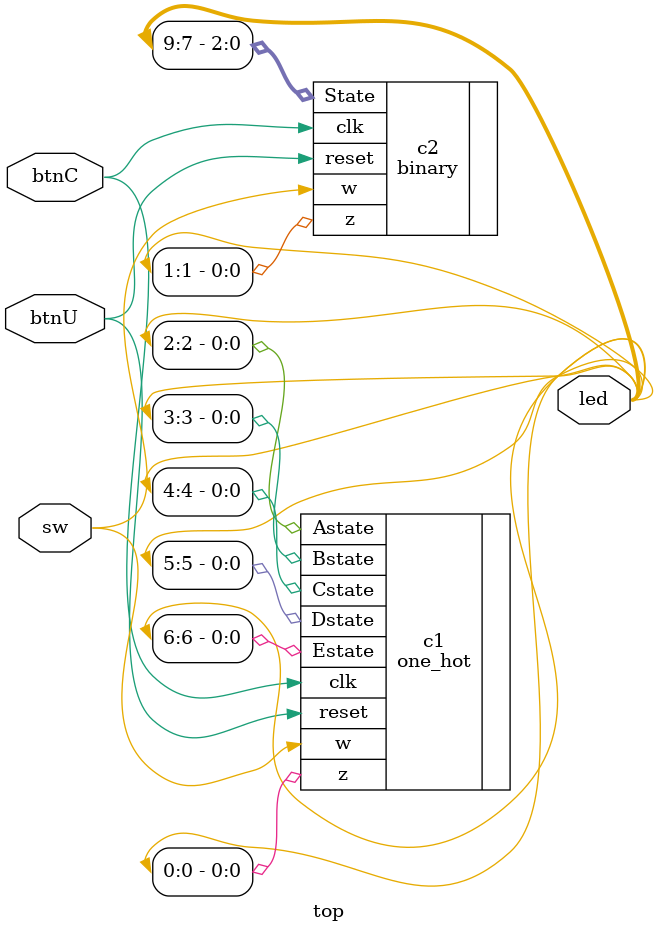
<source format=v>
module top(
    input sw, // w
    output [9:0] led, // see IO table
    input btnC, // clk
    input btnU // reset
);

    // Hook up binary and one-hot state machines
    
    one_hot c1(
        .w(sw),
        .clk(btnC),
        .z(led[0]),
        .Astate(led[2]),
        .Bstate(led[3]),
        .Cstate(led[4]),
        .Dstate(led[5]),
        .Estate(led[6]),
        .reset(btnU)
    );
    
    binary c2(
        .w(sw),
        .clk(btnC),
        .z(led[1]),
        .State(led[9:7]),
        .reset(btnU)
    );

endmodule
</source>
